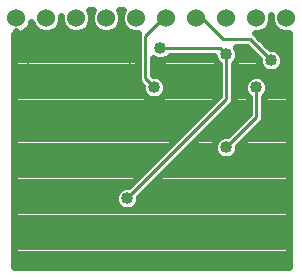
<source format=gbl>
G75*
%MOIN*%
%OFA0B0*%
%FSLAX25Y25*%
%IPPOS*%
%LPD*%
%AMOC8*
5,1,8,0,0,1.08239X$1,22.5*
%
%ADD10C,0.06000*%
%ADD11C,0.02400*%
%ADD12C,0.04000*%
%ADD13C,0.01000*%
D10*
X0038500Y0114500D03*
X0048500Y0114500D03*
X0058500Y0114500D03*
X0068500Y0114500D03*
X0078500Y0114500D03*
X0088500Y0114500D03*
X0098500Y0114500D03*
X0108500Y0114500D03*
X0118500Y0114500D03*
X0128500Y0114500D03*
D11*
X0037700Y0108961D02*
X0037700Y0031700D01*
X0129300Y0031700D01*
X0129300Y0109500D01*
X0127505Y0109500D01*
X0125668Y0110261D01*
X0124261Y0111668D01*
X0123500Y0113505D01*
X0123500Y0115495D01*
X0123539Y0115590D01*
X0123446Y0115625D01*
X0123500Y0115495D01*
X0123500Y0113505D01*
X0122739Y0111668D01*
X0121332Y0110261D01*
X0119495Y0109500D01*
X0118036Y0109500D01*
X0123036Y0104500D01*
X0124296Y0104500D01*
X0125766Y0103891D01*
X0126891Y0102766D01*
X0127500Y0101296D01*
X0127500Y0099704D01*
X0126891Y0098234D01*
X0125766Y0097109D01*
X0124296Y0096500D01*
X0122704Y0096500D01*
X0121234Y0097109D01*
X0120109Y0098234D01*
X0119500Y0099704D01*
X0119500Y0100964D01*
X0115464Y0105000D01*
X0111657Y0105000D01*
X0111891Y0104766D01*
X0112500Y0103296D01*
X0112500Y0101704D01*
X0111891Y0100234D01*
X0111000Y0099343D01*
X0111000Y0087003D01*
X0110619Y0086084D01*
X0109916Y0085381D01*
X0079500Y0054964D01*
X0079500Y0053704D01*
X0078891Y0052234D01*
X0077766Y0051109D01*
X0076296Y0050500D01*
X0074704Y0050500D01*
X0073234Y0051109D01*
X0072109Y0052234D01*
X0071500Y0053704D01*
X0071500Y0055296D01*
X0072109Y0056766D01*
X0073234Y0057891D01*
X0074704Y0058500D01*
X0075964Y0058500D01*
X0106000Y0088536D01*
X0106000Y0099343D01*
X0105109Y0100234D01*
X0104500Y0101704D01*
X0104500Y0102000D01*
X0089657Y0102000D01*
X0088766Y0101109D01*
X0087296Y0100500D01*
X0085704Y0100500D01*
X0084234Y0101109D01*
X0084000Y0101343D01*
X0084000Y0095536D01*
X0084036Y0095500D01*
X0085296Y0095500D01*
X0086766Y0094891D01*
X0087891Y0093766D01*
X0088500Y0092296D01*
X0088500Y0090704D01*
X0087891Y0089234D01*
X0086766Y0088109D01*
X0085296Y0087500D01*
X0083704Y0087500D01*
X0082234Y0088109D01*
X0081109Y0089234D01*
X0080500Y0090704D01*
X0080500Y0091964D01*
X0079381Y0093084D01*
X0079000Y0094003D01*
X0079000Y0108997D01*
X0079208Y0109500D01*
X0077505Y0109500D01*
X0075668Y0110261D01*
X0074261Y0111668D01*
X0073500Y0113505D01*
X0073500Y0115495D01*
X0074248Y0117300D01*
X0072752Y0117300D01*
X0073500Y0115495D01*
X0073500Y0113505D01*
X0072739Y0111668D01*
X0071332Y0110261D01*
X0069495Y0109500D01*
X0067505Y0109500D01*
X0065668Y0110261D01*
X0064261Y0111668D01*
X0063500Y0113505D01*
X0063500Y0115495D01*
X0064248Y0117300D01*
X0062752Y0117300D01*
X0063500Y0115495D01*
X0063500Y0113505D01*
X0062739Y0111668D01*
X0061332Y0110261D01*
X0059495Y0109500D01*
X0057505Y0109500D01*
X0055668Y0110261D01*
X0054261Y0111668D01*
X0053500Y0113505D01*
X0053500Y0115233D01*
X0053500Y0115233D01*
X0053500Y0113505D01*
X0052739Y0111668D01*
X0051332Y0110261D01*
X0049495Y0109500D01*
X0047505Y0109500D01*
X0045668Y0110261D01*
X0044261Y0111668D01*
X0043578Y0113318D01*
X0043572Y0113282D01*
X0043319Y0112504D01*
X0042947Y0111775D01*
X0042466Y0111112D01*
X0041888Y0110534D01*
X0041225Y0110053D01*
X0040496Y0109681D01*
X0039718Y0109428D01*
X0038909Y0109300D01*
X0038500Y0109300D01*
X0038500Y0110146D01*
X0038500Y0110146D01*
X0038500Y0109300D01*
X0038091Y0109300D01*
X0037990Y0109316D01*
X0037879Y0109168D01*
X0037700Y0108961D01*
X0037700Y0108049D02*
X0079000Y0108049D01*
X0079000Y0105651D02*
X0037700Y0105651D01*
X0037700Y0103252D02*
X0079000Y0103252D01*
X0079000Y0100854D02*
X0037700Y0100854D01*
X0037700Y0098455D02*
X0079000Y0098455D01*
X0079000Y0096057D02*
X0037700Y0096057D01*
X0037700Y0093658D02*
X0079143Y0093658D01*
X0080500Y0091260D02*
X0037700Y0091260D01*
X0037700Y0088861D02*
X0081482Y0088861D01*
X0087518Y0088861D02*
X0106000Y0088861D01*
X0106000Y0091260D02*
X0088500Y0091260D01*
X0087936Y0093658D02*
X0106000Y0093658D01*
X0106000Y0096057D02*
X0084000Y0096057D01*
X0084000Y0098455D02*
X0106000Y0098455D01*
X0104852Y0100854D02*
X0088150Y0100854D01*
X0084850Y0100854D02*
X0084000Y0100854D01*
X0075481Y0110448D02*
X0071519Y0110448D01*
X0073227Y0112846D02*
X0073773Y0112846D01*
X0073500Y0115245D02*
X0073500Y0115245D01*
X0065481Y0110448D02*
X0061519Y0110448D01*
X0063227Y0112846D02*
X0063773Y0112846D01*
X0063500Y0115245D02*
X0063500Y0115245D01*
X0055481Y0110448D02*
X0051519Y0110448D01*
X0053227Y0112846D02*
X0053773Y0112846D01*
X0045481Y0110448D02*
X0041770Y0110448D01*
X0043430Y0112846D02*
X0043773Y0112846D01*
X0037700Y0086463D02*
X0103927Y0086463D01*
X0101529Y0084064D02*
X0037700Y0084064D01*
X0037700Y0081666D02*
X0099130Y0081666D01*
X0096732Y0079267D02*
X0037700Y0079267D01*
X0037700Y0076869D02*
X0094333Y0076869D01*
X0091935Y0074470D02*
X0037700Y0074470D01*
X0037700Y0072072D02*
X0089536Y0072072D01*
X0087138Y0069673D02*
X0037700Y0069673D01*
X0037700Y0067275D02*
X0084739Y0067275D01*
X0082341Y0064876D02*
X0037700Y0064876D01*
X0037700Y0062478D02*
X0079942Y0062478D01*
X0077544Y0060079D02*
X0037700Y0060079D01*
X0037700Y0057681D02*
X0073024Y0057681D01*
X0071500Y0055282D02*
X0037700Y0055282D01*
X0037700Y0052884D02*
X0071840Y0052884D01*
X0079160Y0052884D02*
X0129300Y0052884D01*
X0129300Y0055282D02*
X0079818Y0055282D01*
X0082216Y0057681D02*
X0129300Y0057681D01*
X0129300Y0060079D02*
X0084615Y0060079D01*
X0087013Y0062478D02*
X0129300Y0062478D01*
X0129300Y0064876D02*
X0089412Y0064876D01*
X0091810Y0067275D02*
X0129300Y0067275D01*
X0129300Y0069673D02*
X0112073Y0069673D01*
X0111891Y0069234D02*
X0112500Y0070704D01*
X0112500Y0071964D01*
X0120619Y0080084D01*
X0121000Y0081003D01*
X0121000Y0088343D01*
X0121891Y0089234D01*
X0122500Y0090704D01*
X0122500Y0092296D01*
X0121891Y0093766D01*
X0120766Y0094891D01*
X0119296Y0095500D01*
X0117704Y0095500D01*
X0116234Y0094891D01*
X0115109Y0093766D01*
X0114500Y0092296D01*
X0114500Y0090704D01*
X0115109Y0089234D01*
X0116000Y0088343D01*
X0116000Y0082536D01*
X0108964Y0075500D01*
X0107704Y0075500D01*
X0106234Y0074891D01*
X0105109Y0073766D01*
X0104500Y0072296D01*
X0104500Y0070704D01*
X0105109Y0069234D01*
X0106234Y0068109D01*
X0107704Y0067500D01*
X0109296Y0067500D01*
X0110766Y0068109D01*
X0111891Y0069234D01*
X0112607Y0072072D02*
X0129300Y0072072D01*
X0129300Y0074470D02*
X0115006Y0074470D01*
X0117404Y0076869D02*
X0129300Y0076869D01*
X0129300Y0079267D02*
X0119803Y0079267D01*
X0121000Y0081666D02*
X0129300Y0081666D01*
X0129300Y0084064D02*
X0121000Y0084064D01*
X0121000Y0086463D02*
X0129300Y0086463D01*
X0129300Y0088861D02*
X0121518Y0088861D01*
X0122500Y0091260D02*
X0129300Y0091260D01*
X0129300Y0093658D02*
X0121936Y0093658D01*
X0120017Y0098455D02*
X0111000Y0098455D01*
X0111000Y0096057D02*
X0129300Y0096057D01*
X0129300Y0098455D02*
X0126983Y0098455D01*
X0127500Y0100854D02*
X0129300Y0100854D01*
X0129300Y0103252D02*
X0126404Y0103252D01*
X0129300Y0105651D02*
X0121885Y0105651D01*
X0119486Y0108049D02*
X0129300Y0108049D01*
X0125481Y0110448D02*
X0121519Y0110448D01*
X0123227Y0112846D02*
X0123773Y0112846D01*
X0123500Y0115245D02*
X0123500Y0115245D01*
X0117212Y0103252D02*
X0112500Y0103252D01*
X0112148Y0100854D02*
X0119500Y0100854D01*
X0115064Y0093658D02*
X0111000Y0093658D01*
X0111000Y0091260D02*
X0114500Y0091260D01*
X0115482Y0088861D02*
X0111000Y0088861D01*
X0110776Y0086463D02*
X0116000Y0086463D01*
X0116000Y0084064D02*
X0108600Y0084064D01*
X0106201Y0081666D02*
X0115130Y0081666D01*
X0112732Y0079267D02*
X0103803Y0079267D01*
X0101404Y0076869D02*
X0110333Y0076869D01*
X0105813Y0074470D02*
X0099006Y0074470D01*
X0096607Y0072072D02*
X0104500Y0072072D01*
X0104927Y0069673D02*
X0094209Y0069673D01*
X0129300Y0050485D02*
X0037700Y0050485D01*
X0037700Y0048087D02*
X0129300Y0048087D01*
X0129300Y0045688D02*
X0037700Y0045688D01*
X0037700Y0043290D02*
X0129300Y0043290D01*
X0129300Y0040891D02*
X0037700Y0040891D01*
X0037700Y0038493D02*
X0129300Y0038493D01*
X0129300Y0036094D02*
X0037700Y0036094D01*
X0037700Y0033696D02*
X0129300Y0033696D01*
D12*
X0108500Y0071500D03*
X0118500Y0091500D03*
X0123500Y0100500D03*
X0108500Y0102500D03*
X0086500Y0104500D03*
X0076500Y0097500D03*
X0084500Y0091500D03*
X0075500Y0054500D03*
X0042500Y0097500D03*
D13*
X0076500Y0097500D01*
X0081500Y0094500D02*
X0084500Y0091500D01*
X0081500Y0094500D02*
X0081500Y0108500D01*
X0087500Y0114500D01*
X0088500Y0114500D01*
X0098500Y0114500D02*
X0100500Y0114500D01*
X0107500Y0107500D01*
X0116500Y0107500D01*
X0123500Y0100500D01*
X0118500Y0091500D02*
X0118500Y0081500D01*
X0108500Y0071500D01*
X0108500Y0087500D02*
X0108500Y0102500D01*
X0106500Y0104500D01*
X0086500Y0104500D01*
X0108500Y0087500D02*
X0075500Y0054500D01*
M02*

</source>
